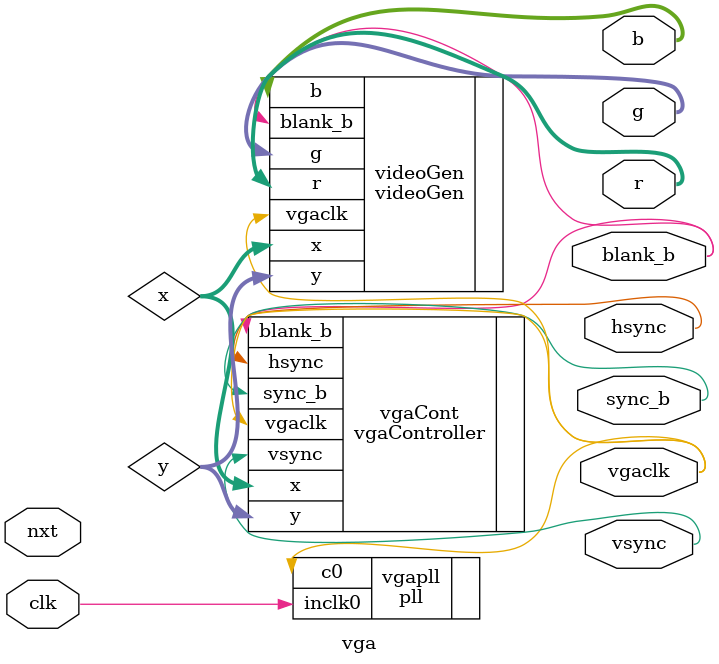
<source format=sv>
module vga(
    input  logic clk, nxt,
    output logic vgaclk,            // 25 MHz aprox (usa PLL real a 25.175 MHz en placa)
    output logic hsync, vsync,
    output logic sync_b, blank_b,   // monitor
    output logic [7:0] r, g, b
);
    logic [9:0] x, y;

    // Módulo para obtener ~25MHz 
    pll vgapll(.inclk0(clk), .c0(vgaclk));

    // Generador de sincronías y coordenadas
    vgaController vgaCont(
        .vgaclk(vgaclk),
        .hsync(hsync), .vsync(vsync),
        .sync_b(sync_b), .blank_b(blank_b),
        .x(x), .y(y)
    );

    videoGen videoGen(
		.vgaclk(vgaclk),
		.blank_b(blank_b),
		.x(x), .y(y),
		.r(r), .g(g), .b(b)
	);
	

endmodule

</source>
